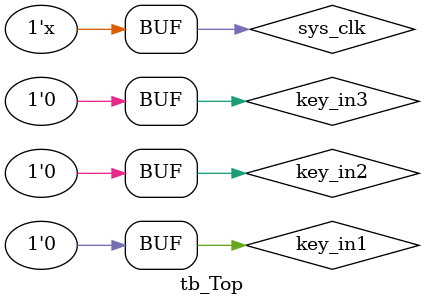
<source format=v>
`timescale 1ns / 1ps

module tb_Top( );

reg sys_clk;
reg  key_in1 ; //°´¼ü1Òý½Å
reg  key_in2;//°´¼ü2Òý½Å,
reg key_in3;

initial begin
	sys_clk =0;
	key_in1=0;
	key_in2=0;
	key_in3=0;
	#500
	key_in1=1;
	#500
	key_in1=0;
	
	#500
     key_in2=1;
    #100
     key_in2=0;
     #500
     
     #500
     key_in1=1;
     #500
     key_in1=0;
     
     #500
     key_in2=1;
     #100
     key_in2=0;
     #500
     
     
     key_in3=1;
     #100
     key_in3=0;
     
	end

always #10 sys_clk =~sys_clk;   //20nsÒ»¸öÖÜÆÚ£¬·ÂÕæÓëÊµÎïÊ±ÖÓÍ³Ò»

Top Top_inst
(
	.sys_clk     (sys_clk    ),
	.key_in1    (key_in1 ),
	 .key_in2   (key_in2),
    .key_in3   (key_in3)
    
);

endmodule


</source>
